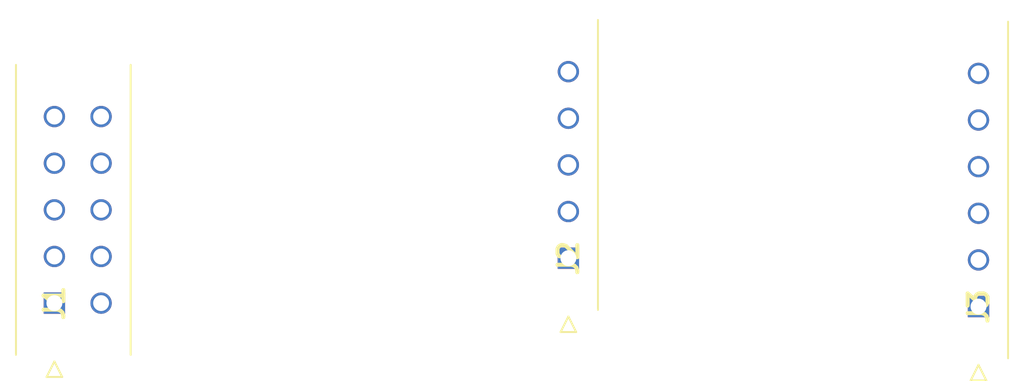
<source format=kicad_pcb>
(kicad_pcb (version 20211014) (generator pcbnew)
  (layers (0 "F.Cu" signal) (31 "B.Cu" signal) (34 "B.Paste" user) (35 "F.Paste" user) (36 "B.SilkS" user "B.Silkscreen") (37 "F.SilkS" user "F.Silkscreen") (38 "B.Mask" user) (39 "F.Mask" user) (44 "Edge.Cuts" user))
  (net 0 "")
  (footprint "parts:43650-06YY_15,16,17" (layer "F.Cu") (at 232.0879 61.18215 -90)
    (fp_text reference "J3" (at 0 0 90) (layer "F.SilkS") (effects (font (size 1.27 1.27) (thickness 0.254))))
    (fp_text value "43650-0615" hide)
    (fp_line (start 4.75 -0.5) (end 4.75 0.5) (layer "F.SilkS") (width 0.127))
    (fp_line (start -18.325 -1.9) (end 3.325 -1.9) (layer "F.SilkS") (width 0.127))
    (fp_line (start 3.75 0) (end 4.75 -0.5) (layer "F.SilkS") (width 0.127))
    (fp_line (start 4.75 0.5) (end 3.75 0) (layer "F.SilkS") (width 0.127))
    (pad "" np_thru_hole circle locked (at -18 1.96 270) (size 1.27 1.27) (drill 1.27) (layers *.Cu *.Mask))
    (pad "" np_thru_hole circle locked (at 3 1.96 270) (size 1.27 1.27) (drill 1.27) (layers *.Cu *.Mask))
    (pad "1" thru_hole rect locked (at 0 0 270) (size 1.37 1.37) (drill 1.02) (layers *.Cu *.Mask))
    (pad "2" thru_hole circle locked (at -3 0 270) (size 1.37 1.37) (drill 1.02) (layers *.Cu *.Mask))
    (pad "3" thru_hole circle locked (at -6 0 270) (size 1.37 1.37) (drill 1.02) (layers *.Cu *.Mask))
    (pad "4" thru_hole circle locked (at -9 0 270) (size 1.37 1.37) (drill 1.02) (layers *.Cu *.Mask))
    (pad "5" thru_hole circle locked (at -12 0 270) (size 1.37 1.37) (drill 1.02) (layers *.Cu *.Mask))
    (pad "6" thru_hole circle locked (at -15 0 270) (size 1.37 1.37) (drill 1.02) (layers *.Cu *.Mask))
  )
  (footprint "parts:43045-10YY_12,13,14" (layer "F.Cu") (at 172.72 60.96 -90)
    (fp_text reference "J1" (at 0 0 90) (layer "F.SilkS") (effects (font (size 1.27 1.27) (thickness 0.254))))
    (fp_text value "43045-1012" hide)
    (fp_line (start 3.75 0) (end 4.75 -0.5) (layer "F.SilkS") (width 0.127))
    (fp_line (start 4.75 0.5) (end 3.75 0) (layer "F.SilkS") (width 0.127))
    (fp_line (start 4.75 -0.5) (end 4.75 0.5) (layer "F.SilkS") (width 0.127))
    (fp_line (start 3.325 2.47) (end -15.325 2.47) (layer "F.SilkS") (width 0.127))
    (fp_line (start -15.325 -4.9) (end 3.325 -4.9) (layer "F.SilkS") (width 0.127))
    (pad "" np_thru_hole circle locked (at 3 -3.94 270) (size 1.02 1.02) (drill 1.02) (layers *.Cu *.Mask))
    (pad "" np_thru_hole circle locked (at -15 -3.94 270) (size 1.02 1.02) (drill 1.02) (layers *.Cu *.Mask))
    (pad "1" thru_hole rect locked (at 0 0 270) (size 1.37 1.37) (drill 1.02) (layers *.Cu *.Mask))
    (pad "2" thru_hole circle locked (at -3 0 270) (size 1.37 1.37) (drill 1.02) (layers *.Cu *.Mask))
    (pad "3" thru_hole circle locked (at -6 0 270) (size 1.37 1.37) (drill 1.02) (layers *.Cu *.Mask))
    (pad "4" thru_hole circle locked (at -9 0 270) (size 1.37 1.37) (drill 1.02) (layers *.Cu *.Mask))
    (pad "5" thru_hole circle locked (at -12 0 270) (size 1.37 1.37) (drill 1.02) (layers *.Cu *.Mask))
    (pad "6" thru_hole circle locked (at 0 -3 270) (size 1.37 1.37) (drill 1.02) (layers *.Cu *.Mask))
    (pad "7" thru_hole circle locked (at -3 -3 270) (size 1.37 1.37) (drill 1.02) (layers *.Cu *.Mask))
    (pad "8" thru_hole circle locked (at -6 -3 270) (size 1.37 1.37) (drill 1.02) (layers *.Cu *.Mask))
    (pad "9" thru_hole circle locked (at -9 -3 270) (size 1.37 1.37) (drill 1.02) (layers *.Cu *.Mask))
    (pad "10" thru_hole circle locked (at -12 -3 270) (size 1.37 1.37) (drill 1.02) (layers *.Cu *.Mask))
  )
  (footprint "parts:43650-05YY_15,16,17" (layer "F.Cu") (at 205.74 58.07 -90)
    (fp_text reference "J2" (at 0 0 90) (layer "F.SilkS") (effects (font (size 1.27 1.27) (thickness 0.254))))
    (fp_text value "43650-0515" hide)
    (fp_line (start 3.75 0) (end 4.75 -0.5) (layer "F.SilkS") (width 0.127))
    (fp_line (start -15.325 -1.9) (end 3.325 -1.9) (layer "F.SilkS") (width 0.127))
    (fp_line (start 4.75 -0.5) (end 4.75 0.5) (layer "F.SilkS") (width 0.127))
    (fp_line (start 4.75 0.5) (end 3.75 0) (layer "F.SilkS") (width 0.127))
    (pad "" np_thru_hole circle locked (at -15 1.96 270) (size 1.27 1.27) (drill 1.27) (layers *.Cu *.Mask))
    (pad "" np_thru_hole circle locked (at 3 1.96 270) (size 1.27 1.27) (drill 1.27) (layers *.Cu *.Mask))
    (pad "1" thru_hole rect locked (at 0 0 270) (size 1.37 1.37) (drill 1.02) (layers *.Cu *.Mask))
    (pad "2" thru_hole circle locked (at -3 0 270) (size 1.37 1.37) (drill 1.02) (layers *.Cu *.Mask))
    (pad "3" thru_hole circle locked (at -6 0 270) (size 1.37 1.37) (drill 1.02) (layers *.Cu *.Mask))
    (pad "4" thru_hole circle locked (at -9 0 270) (size 1.37 1.37) (drill 1.02) (layers *.Cu *.Mask))
    (pad "5" thru_hole circle locked (at -12 0 270) (size 1.37 1.37) (drill 1.02) (layers *.Cu *.Mask))
  )
)
</source>
